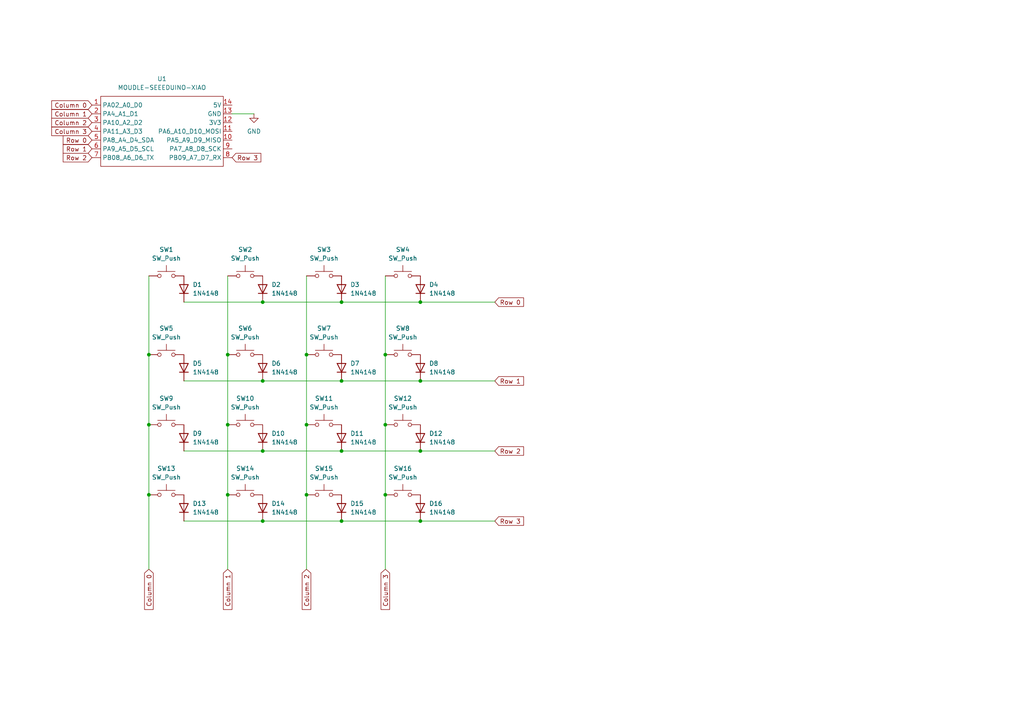
<source format=kicad_sch>
(kicad_sch (version 20250114) (generator "eeschema") (generator_version "9.0")
  (paper "A4")
  (lib_symbols
    (symbol "Diode:1N4148" (pin_numbers (hide yes)) (pin_names (hide yes))
      (property "Reference" "D" (at 0 2.54 0))
      (property "Value" "1N4148" (at 0 -2.54 0))
      (symbol "1N4148_0_1"
        (polyline (pts (xy -1.27 1.27) (xy -1.27 -1.27)) (stroke (width 0.254)))
        (polyline (pts (xy 1.27 1.27) (xy 1.27 -1.27) (xy -1.27 0) (xy 1.27 1.27)) (stroke (width 0.254)))
        (polyline (pts (xy 1.27 0) (xy -1.27 0)))
      )
      (symbol "1N4148_1_1"
        (pin passive line (at -3.81 0 0) (length 2.54) (name "K") (number "1"))
        (pin passive line (at 3.81 0 180) (length 2.54) (name "A") (number "2"))
      )
    )
    (symbol "Switch:SW_Push" (pin_numbers (hide yes)) (pin_names (offset 1.016) (hide yes))
      (property "Reference" "SW" (at 1.27 2.54 0))
      (property "Value" "SW_Push" (at 0 -1.524 0))
      (symbol "SW_Push_0_1"
        (circle (center -2.032 0) (radius 0.508))
        (polyline (pts (xy 0 1.27) (xy 0 3.048)))
        (circle (center 2.032 0) (radius 0.508))
        (polyline (pts (xy 2.54 1.27) (xy -2.54 1.27)))
        (pin passive line (at -5.08 0 0) (length 2.54) (name "1") (number "1"))
        (pin passive line (at 5.08 0 180) (length 2.54) (name "2") (number "2"))
      )
    )
    (symbol "XIAO_RP2040:MOUDLE-SEEEDUINO-XIAO"
      (property "Reference" "U" (at -16.51 11.43 0))
      (property "Value" "MOUDLE-SEEEDUINO-XIAO" (at -3.81 -11.43 0))
      (symbol "MOUDLE-SEEEDUINO-XIAO_0_1"
        (rectangle (start -16.51 10.16) (end 19.05 -10.16))
      )
      (symbol "MOUDLE-SEEEDUINO-XIAO_1_1"
        (pin passive line (at -19.05 7.62 0) (length 2.54) (name "PA02_A0_D0") (number "1"))
        (pin passive line (at -19.05 5.08 0) (length 2.54) (name "PA4_A1_D1") (number "2"))
        (pin passive line (at -19.05 2.54 0) (length 2.54) (name "PA10_A2_D2") (number "3"))
        (pin passive line (at -19.05 0 0) (length 2.54) (name "PA11_A3_D3") (number "4"))
        (pin passive line (at -19.05 -2.54 0) (length 2.54) (name "PA8_A4_D4_SDA") (number "5"))
        (pin passive line (at -19.05 -5.08 0) (length 2.54) (name "PA9_A5_D5_SCL") (number "6"))
        (pin passive line (at -19.05 -7.62 0) (length 2.54) (name "PB08_A6_D6_TX") (number "7"))
        (pin passive line (at 21.59 7.62 180) (length 2.54) (name "5V") (number "14"))
        (pin passive line (at 21.59 5.08 180) (length 2.54) (name "GND") (number "13"))
        (pin passive line (at 21.59 2.54 180) (length 2.54) (name "3V3") (number "12"))
        (pin passive line (at 21.59 0 180) (length 2.54) (name "PA6_A10_D10_MOSI") (number "11"))
        (pin passive line (at 21.59 -2.54 180) (length 2.54) (name "PA5_A9_D9_MISO") (number "10"))
        (pin passive line (at 21.59 -5.08 180) (length 2.54) (name "PA7_A8_D8_SCK") (number "9"))
        (pin passive line (at 21.59 -7.62 180) (length 2.54) (name "PB09_A7_D7_RX") (number "8"))
      )
    )
    (symbol "power:GND" (power) (pin_numbers (hide yes)) (pin_names (offset 0) (hide yes))
      (property "Value" "GND" (at 0 -3.81 0))
      (symbol "GND_0_1"
        (polyline (pts (xy 0 0) (xy 0 -1.27) (xy 1.27 -1.27) (xy 0 -2.54) (xy -1.27 -1.27) (xy 0 -1.27)))
      )
      (symbol "GND_1_1"
        (pin power_in line (at 0 0 270) (length 0) (name "~") (number "1"))
      )
    )
  )
  (junction (at 121.92 110.49))
  (junction (at 99.06 130.81))
  (junction (at 76.2 130.81))
  (junction (at 76.2 110.49))
  (junction (at 121.92 151.13))
  (junction (at 43.18 143.51))
  (junction (at 99.06 151.13))
  (junction (at 76.2 87.63))
  (junction (at 88.9 143.51))
  (junction (at 66.04 143.51))
  (junction (at 99.06 87.63))
  (junction (at 43.18 123.19))
  (junction (at 66.04 102.87))
  (junction (at 66.04 123.19))
  (junction (at 76.2 151.13))
  (junction (at 121.92 87.63))
  (junction (at 43.18 102.87))
  (junction (at 99.06 110.49))
  (junction (at 88.9 123.19))
  (junction (at 88.9 102.87))
  (junction (at 111.76 123.19))
  (junction (at 111.76 102.87))
  (junction (at 111.76 143.51))
  (junction (at 121.92 130.81))
  (wire (pts (xy 121.92 87.63) (xy 143.51 87.63)))
  (wire (pts (xy 111.76 102.87) (xy 111.76 123.19)))
  (wire (pts (xy 76.2 151.13) (xy 99.06 151.13)))
  (wire (pts (xy 111.76 143.51) (xy 111.76 165.1)))
  (wire (pts (xy 76.2 130.81) (xy 99.06 130.81)))
  (wire (pts (xy 43.18 80.01) (xy 43.18 102.87)))
  (wire (pts (xy 76.2 110.49) (xy 99.06 110.49)))
  (wire (pts (xy 66.04 143.51) (xy 66.04 165.1)))
  (wire (pts (xy 88.9 143.51) (xy 88.9 165.1)))
  (wire (pts (xy 53.34 110.49) (xy 76.2 110.49)))
  (wire (pts (xy 66.04 102.87) (xy 66.04 123.19)))
  (wire (pts (xy 99.06 87.63) (xy 121.92 87.63)))
  (wire (pts (xy 53.34 151.13) (xy 76.2 151.13)))
  (wire (pts (xy 88.9 102.87) (xy 88.9 123.19)))
  (wire (pts (xy 99.06 151.13) (xy 121.92 151.13)))
  (wire (pts (xy 111.76 80.01) (xy 111.76 102.87)))
  (wire (pts (xy 43.18 102.87) (xy 43.18 123.19)))
  (wire (pts (xy 43.18 123.19) (xy 43.18 143.51)))
  (wire (pts (xy 99.06 110.49) (xy 121.92 110.49)))
  (wire (pts (xy 121.92 151.13) (xy 143.51 151.13)))
  (wire (pts (xy 67.31 33.02) (xy 73.66 33.02)))
  (wire (pts (xy 66.04 80.01) (xy 66.04 102.87)))
  (wire (pts (xy 99.06 130.81) (xy 121.92 130.81)))
  (wire (pts (xy 121.92 110.49) (xy 143.51 110.49)))
  (wire (pts (xy 66.04 123.19) (xy 66.04 143.51)))
  (wire (pts (xy 88.9 80.01) (xy 88.9 102.87)))
  (wire (pts (xy 88.9 123.19) (xy 88.9 143.51)))
  (wire (pts (xy 53.34 87.63) (xy 76.2 87.63)))
  (wire (pts (xy 111.76 123.19) (xy 111.76 143.51)))
  (wire (pts (xy 53.34 130.81) (xy 76.2 130.81)))
  (wire (pts (xy 76.2 87.63) (xy 99.06 87.63)))
  (wire (pts (xy 121.92 130.81) (xy 143.51 130.81)))
  (wire (pts (xy 43.18 143.51) (xy 43.18 165.1)))
  (global_label "Row 2" (shape input) (at 143.51 130.81 0) (property "Intersheetrefs" "${INTERSHEET_REFS}" (effects (hide yes))))
  (global_label "Row 1" (shape input) (at 143.51 110.49 0) (property "Intersheetrefs" "${INTERSHEET_REFS}" (effects (hide yes))))
  (global_label "Row 3" (shape input) (at 143.51 151.13 0) (property "Intersheetrefs" "${INTERSHEET_REFS}" (effects (hide yes))))
  (global_label "Row 0" (shape input) (at 26.67 40.64 180) (property "Intersheetrefs" "${INTERSHEET_REFS}" (effects (hide yes))))
  (global_label "Column 3" (shape input) (at 26.67 38.1 180) (property "Intersheetrefs" "${INTERSHEET_REFS}" (effects (hide yes))))
  (global_label "Row 3" (shape input) (at 67.31 45.72 0) (property "Intersheetrefs" "${INTERSHEET_REFS}" (effects (hide yes))))
  (global_label "Column 1" (shape input) (at 26.67 33.02 180) (property "Intersheetrefs" "${INTERSHEET_REFS}" (effects (hide yes))))
  (global_label "Row 1" (shape input) (at 26.67 43.18 180) (property "Intersheetrefs" "${INTERSHEET_REFS}" (effects (hide yes))))
  (global_label "Column 0" (shape input) (at 26.67 30.48 180) (property "Intersheetrefs" "${INTERSHEET_REFS}" (effects (hide yes))))
  (global_label "Column 2" (shape input) (at 88.9 165.1 270) (property "Intersheetrefs" "${INTERSHEET_REFS}" (effects (hide yes))))
  (global_label "Column 1" (shape input) (at 66.04 165.1 270) (property "Intersheetrefs" "${INTERSHEET_REFS}" (effects (hide yes))))
  (global_label "Column 0" (shape input) (at 43.18 165.1 270) (property "Intersheetrefs" "${INTERSHEET_REFS}" (effects (hide yes))))
  (global_label "Column 3" (shape input) (at 111.76 165.1 270) (property "Intersheetrefs" "${INTERSHEET_REFS}" (effects (hide yes))))
  (global_label "Row 0" (shape input) (at 143.51 87.63 0) (property "Intersheetrefs" "${INTERSHEET_REFS}" (effects (hide yes))))
  (global_label "Column 2" (shape input) (at 26.67 35.56 180) (property "Intersheetrefs" "${INTERSHEET_REFS}" (effects (hide yes))))
  (global_label "Row 2" (shape input) (at 26.67 45.72 180) (property "Intersheetrefs" "${INTERSHEET_REFS}" (effects (hide yes))))
  (symbol (lib_id "Switch:SW_Push") (at 48.26 80.01 0) (unit 1)
    (property "Reference" "SW1" (at 48.26 72.39 0))
    (property "Value" "SW_Push" (at 48.26 74.93 0))
    (property "Footprint" "Button_Switch_Keyboard:SW_Cherry_MX_1.00u_PCB" (effects (hide yes)))
    (property "Description" "Push button switch, generic, two pins" (effects (hide yes)))
  )
  (symbol (lib_id "Diode:1N4148") (at 121.92 147.32 90) (unit 1)
    (property "Reference" "D16" (at 124.46 146.0499 90) (effects (justify right)))
    (property "Value" "1N4148" (at 124.46 148.5899 90) (effects (justify right)))
    (property "Footprint" "Diode_THT:D_DO-35_SOD27_P7.62mm_Horizontal" (effects (hide yes)))
    (property "Datasheet" "https://assets.nexperia.com/documents/data-sheet/1N4148_1N4448.pdf" (effects (hide yes)))
    (property "Description" "100V 0.15A standard switching diode, DO-35" (effects (hide yes)))
    (property "Sim.Device" "D" (effects (hide yes)))
    (property "Sim.Pins" "1=K 2=A" (effects (hide yes)))
  )
  (symbol (lib_id "Diode:1N4148") (at 99.06 127 90) (unit 1)
    (property "Reference" "D11" (at 101.6 125.7299 90) (effects (justify right)))
    (property "Value" "1N4148" (at 101.6 128.2699 90) (effects (justify right)))
    (property "Footprint" "Diode_THT:D_DO-35_SOD27_P7.62mm_Horizontal" (effects (hide yes)))
    (property "Datasheet" "https://assets.nexperia.com/documents/data-sheet/1N4148_1N4448.pdf" (effects (hide yes)))
    (property "Description" "100V 0.15A standard switching diode, DO-35" (effects (hide yes)))
    (property "Sim.Device" "D" (effects (hide yes)))
    (property "Sim.Pins" "1=K 2=A" (effects (hide yes)))
  )
  (symbol (lib_id "Switch:SW_Push") (at 116.84 143.51 0) (unit 1)
    (property "Reference" "SW16" (at 116.84 135.89 0))
    (property "Value" "SW_Push" (at 116.84 138.43 0))
    (property "Footprint" "Button_Switch_Keyboard:SW_Cherry_MX_1.00u_PCB" (effects (hide yes)))
    (property "Description" "Push button switch, generic, two pins" (effects (hide yes)))
  )
  (symbol (lib_id "Switch:SW_Push") (at 93.98 143.51 0) (unit 1)
    (property "Reference" "SW15" (at 93.98 135.89 0))
    (property "Value" "SW_Push" (at 93.98 138.43 0))
    (property "Footprint" "Button_Switch_Keyboard:SW_Cherry_MX_1.00u_PCB" (effects (hide yes)))
    (property "Description" "Push button switch, generic, two pins" (effects (hide yes)))
  )
  (symbol (lib_id "Diode:1N4148") (at 99.06 106.68 90) (unit 1)
    (property "Reference" "D7" (at 101.6 105.4099 90) (effects (justify right)))
    (property "Value" "1N4148" (at 101.6 107.9499 90) (effects (justify right)))
    (property "Footprint" "Diode_THT:D_DO-35_SOD27_P7.62mm_Horizontal" (effects (hide yes)))
    (property "Datasheet" "https://assets.nexperia.com/documents/data-sheet/1N4148_1N4448.pdf" (effects (hide yes)))
    (property "Description" "100V 0.15A standard switching diode, DO-35" (effects (hide yes)))
    (property "Sim.Device" "D" (effects (hide yes)))
    (property "Sim.Pins" "1=K 2=A" (effects (hide yes)))
  )
  (symbol (lib_id "Diode:1N4148") (at 121.92 83.82 90) (unit 1)
    (property "Reference" "D4" (at 124.46 82.5499 90) (effects (justify right)))
    (property "Value" "1N4148" (at 124.46 85.0899 90) (effects (justify right)))
    (property "Footprint" "Diode_THT:D_DO-35_SOD27_P7.62mm_Horizontal" (effects (hide yes)))
    (property "Datasheet" "https://assets.nexperia.com/documents/data-sheet/1N4148_1N4448.pdf" (effects (hide yes)))
    (property "Description" "100V 0.15A standard switching diode, DO-35" (effects (hide yes)))
    (property "Sim.Device" "D" (effects (hide yes)))
    (property "Sim.Pins" "1=K 2=A" (effects (hide yes)))
  )
  (symbol (lib_id "Switch:SW_Push") (at 93.98 80.01 0) (unit 1)
    (property "Reference" "SW3" (at 93.98 72.39 0))
    (property "Value" "SW_Push" (at 93.98 74.93 0))
    (property "Footprint" "Button_Switch_Keyboard:SW_Cherry_MX_1.00u_PCB" (effects (hide yes)))
    (property "Description" "Push button switch, generic, two pins" (effects (hide yes)))
  )
  (symbol (lib_id "Diode:1N4148") (at 53.34 83.82 90) (unit 1)
    (property "Reference" "D1" (at 55.88 82.5499 90) (effects (justify right)))
    (property "Value" "1N4148" (at 55.88 85.0899 90) (effects (justify right)))
    (property "Footprint" "Diode_THT:D_DO-35_SOD27_P7.62mm_Horizontal" (effects (hide yes)))
    (property "Datasheet" "https://assets.nexperia.com/documents/data-sheet/1N4148_1N4448.pdf" (effects (hide yes)))
    (property "Description" "100V 0.15A standard switching diode, DO-35" (effects (hide yes)))
    (property "Sim.Device" "D" (effects (hide yes)))
    (property "Sim.Pins" "1=K 2=A" (effects (hide yes)))
  )
  (symbol (lib_id "Diode:1N4148") (at 53.34 127 90) (unit 1)
    (property "Reference" "D9" (at 55.88 125.7299 90) (effects (justify right)))
    (property "Value" "1N4148" (at 55.88 128.2699 90) (effects (justify right)))
    (property "Footprint" "Diode_THT:D_DO-35_SOD27_P7.62mm_Horizontal" (effects (hide yes)))
    (property "Datasheet" "https://assets.nexperia.com/documents/data-sheet/1N4148_1N4448.pdf" (effects (hide yes)))
    (property "Description" "100V 0.15A standard switching diode, DO-35" (effects (hide yes)))
    (property "Sim.Device" "D" (effects (hide yes)))
    (property "Sim.Pins" "1=K 2=A" (effects (hide yes)))
  )
  (symbol (lib_id "Switch:SW_Push") (at 116.84 123.19 0) (unit 1)
    (property "Reference" "SW12" (at 116.84 115.57 0))
    (property "Value" "SW_Push" (at 116.84 118.11 0))
    (property "Footprint" "Button_Switch_Keyboard:SW_Cherry_MX_1.00u_PCB" (effects (hide yes)))
    (property "Description" "Push button switch, generic, two pins" (effects (hide yes)))
  )
  (symbol (lib_id "Diode:1N4148") (at 121.92 127 90) (unit 1)
    (property "Reference" "D12" (at 124.46 125.7299 90) (effects (justify right)))
    (property "Value" "1N4148" (at 124.46 128.2699 90) (effects (justify right)))
    (property "Footprint" "Diode_THT:D_DO-35_SOD27_P7.62mm_Horizontal" (effects (hide yes)))
    (property "Datasheet" "https://assets.nexperia.com/documents/data-sheet/1N4148_1N4448.pdf" (effects (hide yes)))
    (property "Description" "100V 0.15A standard switching diode, DO-35" (effects (hide yes)))
    (property "Sim.Device" "D" (effects (hide yes)))
    (property "Sim.Pins" "1=K 2=A" (effects (hide yes)))
  )
  (symbol (lib_id "Switch:SW_Push") (at 71.12 102.87 0) (unit 1)
    (property "Reference" "SW6" (at 71.12 95.25 0))
    (property "Value" "SW_Push" (at 71.12 97.79 0))
    (property "Footprint" "Button_Switch_Keyboard:SW_Cherry_MX_1.00u_PCB" (effects (hide yes)))
    (property "Description" "Push button switch, generic, two pins" (effects (hide yes)))
  )
  (symbol (lib_id "XIAO_RP2040:MOUDLE-SEEEDUINO-XIAO") (at 45.72 38.1 0) (unit 1)
    (property "Reference" "U1" (at 46.99 22.86 0))
    (property "Value" "MOUDLE-SEEEDUINO-XIAO" (at 46.99 25.4 0))
    (property "Footprint" "footprints:XIAO-Generic-Hybrid-14P-2.54-21X17.8MM" (effects (hide yes)))
  )
  (symbol (lib_id "Switch:SW_Push") (at 71.12 80.01 0) (unit 1)
    (property "Reference" "SW2" (at 71.12 72.39 0))
    (property "Value" "SW_Push" (at 71.12 74.93 0))
    (property "Footprint" "Button_Switch_Keyboard:SW_Cherry_MX_1.00u_PCB" (effects (hide yes)))
    (property "Description" "Push button switch, generic, two pins" (effects (hide yes)))
  )
  (symbol (lib_id "Diode:1N4148") (at 99.06 147.32 90) (unit 1)
    (property "Reference" "D15" (at 101.6 146.0499 90) (effects (justify right)))
    (property "Value" "1N4148" (at 101.6 148.5899 90) (effects (justify right)))
    (property "Footprint" "Diode_THT:D_DO-35_SOD27_P7.62mm_Horizontal" (effects (hide yes)))
    (property "Datasheet" "https://assets.nexperia.com/documents/data-sheet/1N4148_1N4448.pdf" (effects (hide yes)))
    (property "Description" "100V 0.15A standard switching diode, DO-35" (effects (hide yes)))
    (property "Sim.Device" "D" (effects (hide yes)))
    (property "Sim.Pins" "1=K 2=A" (effects (hide yes)))
  )
  (symbol (lib_id "Switch:SW_Push") (at 93.98 102.87 0) (unit 1)
    (property "Reference" "SW7" (at 93.98 95.25 0))
    (property "Value" "SW_Push" (at 93.98 97.79 0))
    (property "Footprint" "Button_Switch_Keyboard:SW_Cherry_MX_1.00u_PCB" (effects (hide yes)))
    (property "Description" "Push button switch, generic, two pins" (effects (hide yes)))
  )
  (symbol (lib_id "Switch:SW_Push") (at 48.26 102.87 0) (unit 1)
    (property "Reference" "SW5" (at 48.26 95.25 0))
    (property "Value" "SW_Push" (at 48.26 97.79 0))
    (property "Footprint" "Button_Switch_Keyboard:SW_Cherry_MX_1.00u_PCB" (effects (hide yes)))
    (property "Description" "Push button switch, generic, two pins" (effects (hide yes)))
  )
  (symbol (lib_id "Switch:SW_Push") (at 71.12 123.19 0) (unit 1)
    (property "Reference" "SW10" (at 71.12 115.57 0))
    (property "Value" "SW_Push" (at 71.12 118.11 0))
    (property "Footprint" "Button_Switch_Keyboard:SW_Cherry_MX_1.00u_PCB" (effects (hide yes)))
    (property "Description" "Push button switch, generic, two pins" (effects (hide yes)))
  )
  (symbol (lib_id "Switch:SW_Push") (at 48.26 123.19 0) (unit 1)
    (property "Reference" "SW9" (at 48.26 115.57 0))
    (property "Value" "SW_Push" (at 48.26 118.11 0))
    (property "Footprint" "Button_Switch_Keyboard:SW_Cherry_MX_1.00u_PCB" (effects (hide yes)))
    (property "Description" "Push button switch, generic, two pins" (effects (hide yes)))
  )
  (symbol (lib_id "Diode:1N4148") (at 76.2 106.68 90) (unit 1)
    (property "Reference" "D6" (at 78.74 105.4099 90) (effects (justify right)))
    (property "Value" "1N4148" (at 78.74 107.9499 90) (effects (justify right)))
    (property "Footprint" "Diode_THT:D_DO-35_SOD27_P7.62mm_Horizontal" (effects (hide yes)))
    (property "Datasheet" "https://assets.nexperia.com/documents/data-sheet/1N4148_1N4448.pdf" (effects (hide yes)))
    (property "Description" "100V 0.15A standard switching diode, DO-35" (effects (hide yes)))
    (property "Sim.Device" "D" (effects (hide yes)))
    (property "Sim.Pins" "1=K 2=A" (effects (hide yes)))
  )
  (symbol (lib_id "Diode:1N4148") (at 99.06 83.82 90) (unit 1)
    (property "Reference" "D3" (at 101.6 82.5499 90) (effects (justify right)))
    (property "Value" "1N4148" (at 101.6 85.0899 90) (effects (justify right)))
    (property "Footprint" "Diode_THT:D_DO-35_SOD27_P7.62mm_Horizontal" (effects (hide yes)))
    (property "Datasheet" "https://assets.nexperia.com/documents/data-sheet/1N4148_1N4448.pdf" (effects (hide yes)))
    (property "Description" "100V 0.15A standard switching diode, DO-35" (effects (hide yes)))
    (property "Sim.Device" "D" (effects (hide yes)))
    (property "Sim.Pins" "1=K 2=A" (effects (hide yes)))
  )
  (symbol (lib_id "Switch:SW_Push") (at 71.12 143.51 0) (unit 1)
    (property "Reference" "SW14" (at 71.12 135.89 0))
    (property "Value" "SW_Push" (at 71.12 138.43 0))
    (property "Footprint" "Button_Switch_Keyboard:SW_Cherry_MX_1.00u_PCB" (effects (hide yes)))
    (property "Description" "Push button switch, generic, two pins" (effects (hide yes)))
  )
  (symbol (lib_id "Diode:1N4148") (at 76.2 127 90) (unit 1)
    (property "Reference" "D10" (at 78.74 125.7299 90) (effects (justify right)))
    (property "Value" "1N4148" (at 78.74 128.2699 90) (effects (justify right)))
    (property "Footprint" "Diode_THT:D_DO-35_SOD27_P7.62mm_Horizontal" (effects (hide yes)))
    (property "Datasheet" "https://assets.nexperia.com/documents/data-sheet/1N4148_1N4448.pdf" (effects (hide yes)))
    (property "Description" "100V 0.15A standard switching diode, DO-35" (effects (hide yes)))
    (property "Sim.Device" "D" (effects (hide yes)))
    (property "Sim.Pins" "1=K 2=A" (effects (hide yes)))
  )
  (symbol (lib_id "Diode:1N4148") (at 53.34 106.68 90) (unit 1)
    (property "Reference" "D5" (at 55.88 105.4099 90) (effects (justify right)))
    (property "Value" "1N4148" (at 55.88 107.9499 90) (effects (justify right)))
    (property "Footprint" "Diode_THT:D_DO-35_SOD27_P7.62mm_Horizontal" (effects (hide yes)))
    (property "Datasheet" "https://assets.nexperia.com/documents/data-sheet/1N4148_1N4448.pdf" (effects (hide yes)))
    (property "Description" "100V 0.15A standard switching diode, DO-35" (effects (hide yes)))
    (property "Sim.Device" "D" (effects (hide yes)))
    (property "Sim.Pins" "1=K 2=A" (effects (hide yes)))
  )
  (symbol (lib_id "Switch:SW_Push") (at 116.84 80.01 0) (unit 1)
    (property "Reference" "SW4" (at 116.84 72.39 0))
    (property "Value" "SW_Push" (at 116.84 74.93 0))
    (property "Footprint" "Button_Switch_Keyboard:SW_Cherry_MX_1.00u_PCB" (effects (hide yes)))
    (property "Description" "Push button switch, generic, two pins" (effects (hide yes)))
  )
  (symbol (lib_id "Switch:SW_Push") (at 48.26 143.51 0) (unit 1)
    (property "Reference" "SW13" (at 48.26 135.89 0))
    (property "Value" "SW_Push" (at 48.26 138.43 0))
    (property "Footprint" "Button_Switch_Keyboard:SW_Cherry_MX_1.00u_PCB" (effects (hide yes)))
    (property "Description" "Push button switch, generic, two pins" (effects (hide yes)))
  )
  (symbol (lib_id "Switch:SW_Push") (at 93.98 123.19 0) (unit 1)
    (property "Reference" "SW11" (at 93.98 115.57 0))
    (property "Value" "SW_Push" (at 93.98 118.11 0))
    (property "Footprint" "Button_Switch_Keyboard:SW_Cherry_MX_1.00u_PCB" (effects (hide yes)))
    (property "Description" "Push button switch, generic, two pins" (effects (hide yes)))
  )
  (symbol (lib_id "Diode:1N4148") (at 53.34 147.32 90) (unit 1)
    (property "Reference" "D13" (at 55.88 146.0499 90) (effects (justify right)))
    (property "Value" "1N4148" (at 55.88 148.5899 90) (effects (justify right)))
    (property "Footprint" "Diode_THT:D_DO-35_SOD27_P7.62mm_Horizontal" (effects (hide yes)))
    (property "Datasheet" "https://assets.nexperia.com/documents/data-sheet/1N4148_1N4448.pdf" (effects (hide yes)))
    (property "Description" "100V 0.15A standard switching diode, DO-35" (effects (hide yes)))
    (property "Sim.Device" "D" (effects (hide yes)))
    (property "Sim.Pins" "1=K 2=A" (effects (hide yes)))
  )
  (symbol (lib_id "Switch:SW_Push") (at 116.84 102.87 0) (unit 1)
    (property "Reference" "SW8" (at 116.84 95.25 0))
    (property "Value" "SW_Push" (at 116.84 97.79 0))
    (property "Footprint" "Button_Switch_Keyboard:SW_Cherry_MX_1.00u_PCB" (effects (hide yes)))
    (property "Description" "Push button switch, generic, two pins" (effects (hide yes)))
  )
  (symbol (lib_id "Diode:1N4148") (at 76.2 83.82 90) (unit 1)
    (property "Reference" "D2" (at 78.74 82.5499 90) (effects (justify right)))
    (property "Value" "1N4148" (at 78.74 85.0899 90) (effects (justify right)))
    (property "Footprint" "Diode_THT:D_DO-35_SOD27_P7.62mm_Horizontal" (effects (hide yes)))
    (property "Datasheet" "https://assets.nexperia.com/documents/data-sheet/1N4148_1N4448.pdf" (effects (hide yes)))
    (property "Description" "100V 0.15A standard switching diode, DO-35" (effects (hide yes)))
    (property "Sim.Device" "D" (effects (hide yes)))
    (property "Sim.Pins" "1=K 2=A" (effects (hide yes)))
  )
  (symbol (lib_id "Diode:1N4148") (at 76.2 147.32 90) (unit 1)
    (property "Reference" "D14" (at 78.74 146.0499 90) (effects (justify right)))
    (property "Value" "1N4148" (at 78.74 148.5899 90) (effects (justify right)))
    (property "Footprint" "Diode_THT:D_DO-35_SOD27_P7.62mm_Horizontal" (effects (hide yes)))
    (property "Datasheet" "https://assets.nexperia.com/documents/data-sheet/1N4148_1N4448.pdf" (effects (hide yes)))
    (property "Description" "100V 0.15A standard switching diode, DO-35" (effects (hide yes)))
    (property "Sim.Device" "D" (effects (hide yes)))
    (property "Sim.Pins" "1=K 2=A" (effects (hide yes)))
  )
  (symbol (lib_id "Diode:1N4148") (at 121.92 106.68 90) (unit 1)
    (property "Reference" "D8" (at 124.46 105.4099 90) (effects (justify right)))
    (property "Value" "1N4148" (at 124.46 107.9499 90) (effects (justify right)))
    (property "Footprint" "Diode_THT:D_DO-35_SOD27_P7.62mm_Horizontal" (effects (hide yes)))
    (property "Datasheet" "https://assets.nexperia.com/documents/data-sheet/1N4148_1N4448.pdf" (effects (hide yes)))
    (property "Description" "100V 0.15A standard switching diode, DO-35" (effects (hide yes)))
    (property "Sim.Device" "D" (effects (hide yes)))
    (property "Sim.Pins" "1=K 2=A" (effects (hide yes)))
  )
  (symbol (lib_id "power:GND") (at 73.66 33.02 0) (unit 1)
    (property "Reference" "#PWR02" (effects (hide yes)))
    (property "Value" "GND" (at 73.66 38.1 0))
    (property "Description" "Power symbol creates a global label with name \"GND\" , ground" (effects (hide yes)))
  )
)
</source>
